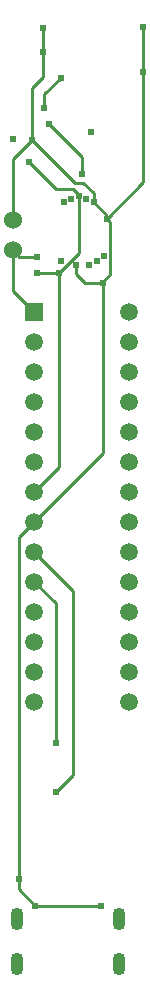
<source format=gbl>
G04 Layer: BottomLayer*
G04 EasyEDA v6.5.14, 2022-08-19 15:33:08*
G04 4789359181944f948eab88b2c3823588,33ad25853f61487886fee39e8dc23a8a,10*
G04 Gerber Generator version 0.2*
G04 Scale: 100 percent, Rotated: No, Reflected: No *
G04 Dimensions in inches *
G04 leading zeros omitted , absolute positions ,3 integer and 6 decimal *
%FSLAX36Y36*%
%MOIN*%

%ADD10C,0.0100*%
%ADD11O,0.043307000000000005X0.074803*%
%ADD12R,0.0591X0.0591*%
%ADD13C,0.0591*%
%ADD14C,0.0600*%
%ADD15C,0.0240*%

%LPD*%
D10*
X415000Y2420709D02*
G01*
X415000Y1853189D01*
X187519Y1625709D01*
X270000Y2455709D02*
G01*
X270000Y1808189D01*
X187519Y1725709D01*
X345000Y2785709D02*
G01*
X345000Y2841628D01*
X236039Y2950590D01*
X385000Y2720709D02*
G01*
X350000Y2755709D01*
X322440Y2755709D01*
X180000Y2898150D01*
X335000Y2710711D02*
G01*
X335000Y2520711D01*
X270000Y2455711D01*
X415000Y2420711D02*
G01*
X415000Y2425711D01*
X440000Y2450711D01*
X440000Y2625210D01*
X430000Y2635210D01*
X385000Y2690711D02*
G01*
X430000Y2645711D01*
X430000Y2635210D01*
X325000Y2480711D02*
G01*
X325000Y2450711D01*
X355000Y2420711D01*
X415000Y2420711D01*
X385000Y2690709D02*
G01*
X385000Y2720709D01*
X115000Y2630709D02*
G01*
X115000Y2833110D01*
X180000Y2898110D01*
X115000Y2530709D02*
G01*
X115000Y2395709D01*
X185000Y2325709D01*
X187519Y2325709D01*
X195000Y2508270D02*
G01*
X137440Y2508270D01*
X115000Y2530709D01*
X195000Y2453150D02*
G01*
X267440Y2453150D01*
X270000Y2455709D01*
X550947Y3274101D02*
G01*
X550947Y3124101D01*
X550947Y3124101D02*
G01*
X550947Y2756154D01*
X430000Y2635210D01*
X335000Y2710709D02*
G01*
X335000Y2715709D01*
X315000Y2735709D01*
X260000Y2735709D01*
X170000Y2825709D01*
X190000Y345000D02*
G01*
X410000Y345000D01*
X135000Y435709D02*
G01*
X135000Y400000D01*
X190000Y345000D01*
X215468Y3270709D02*
G01*
X215468Y3190709D01*
X215468Y3190709D02*
G01*
X215468Y3106181D01*
X180000Y3070709D01*
X180000Y2898150D01*
X220000Y3005709D02*
G01*
X220000Y3050709D01*
X275000Y3105709D01*
X260000Y886419D02*
G01*
X260000Y1353229D01*
X187519Y1425709D01*
X187519Y1525709D02*
G01*
X187519Y1523189D01*
X315000Y1395709D01*
X315000Y780000D01*
X260000Y725000D01*
X135000Y435709D02*
G01*
X135000Y1573189D01*
X187519Y1625709D01*
D11*
G01*
X129929Y300509D03*
G01*
X470079Y300509D03*
G01*
X129929Y150900D03*
G01*
X470079Y150900D03*
D12*
G01*
X187519Y2325709D03*
D13*
G01*
X187519Y2225709D03*
G01*
X187519Y2125709D03*
G01*
X187519Y2025709D03*
G01*
X187519Y1925709D03*
G01*
X187519Y1825709D03*
G01*
X187519Y1725709D03*
G01*
X187519Y1625709D03*
G01*
X187519Y1525709D03*
G01*
X187519Y1425709D03*
G01*
X187519Y1325709D03*
G01*
X187519Y1225709D03*
G01*
X187519Y1125709D03*
G01*
X187519Y1025709D03*
G01*
X502480Y2325709D03*
G01*
X502480Y2225709D03*
G01*
X502480Y2125709D03*
G01*
X502480Y2025709D03*
G01*
X502480Y1925709D03*
G01*
X502480Y1825709D03*
G01*
X502480Y1725709D03*
G01*
X502480Y1625709D03*
G01*
X502480Y1525709D03*
G01*
X502480Y1425709D03*
G01*
X502480Y1325709D03*
G01*
X502480Y1225709D03*
G01*
X502480Y1125709D03*
G01*
X502480Y1025709D03*
D14*
G01*
X115000Y2630709D03*
G01*
X115000Y2530709D03*
D15*
G01*
X385000Y2690709D03*
G01*
X430000Y2635210D03*
G01*
X415000Y2420709D03*
G01*
X360000Y2700709D03*
G01*
X335000Y2710709D03*
G01*
X310000Y2700709D03*
G01*
X285000Y2690709D03*
G01*
X420000Y2510709D03*
G01*
X395000Y2495709D03*
G01*
X370000Y2480709D03*
G01*
X275000Y2495709D03*
G01*
X270000Y2455709D03*
G01*
X325000Y2480709D03*
G01*
X375000Y2925709D03*
G01*
X180000Y2898150D03*
G01*
X345000Y2785709D03*
G01*
X236039Y2950590D03*
G01*
X220000Y3005709D03*
G01*
X195000Y2508270D03*
G01*
X195000Y2453150D03*
G01*
X550949Y3274099D03*
G01*
X550949Y3124099D03*
G01*
X170000Y2825709D03*
G01*
X115000Y2900709D03*
G01*
X190000Y345000D03*
G01*
X410000Y345000D03*
G01*
X135000Y435709D03*
G01*
X215470Y3270709D03*
G01*
X215470Y3190709D03*
G01*
X275000Y3105709D03*
G01*
X260000Y886419D03*
G01*
X260000Y725000D03*
M02*

</source>
